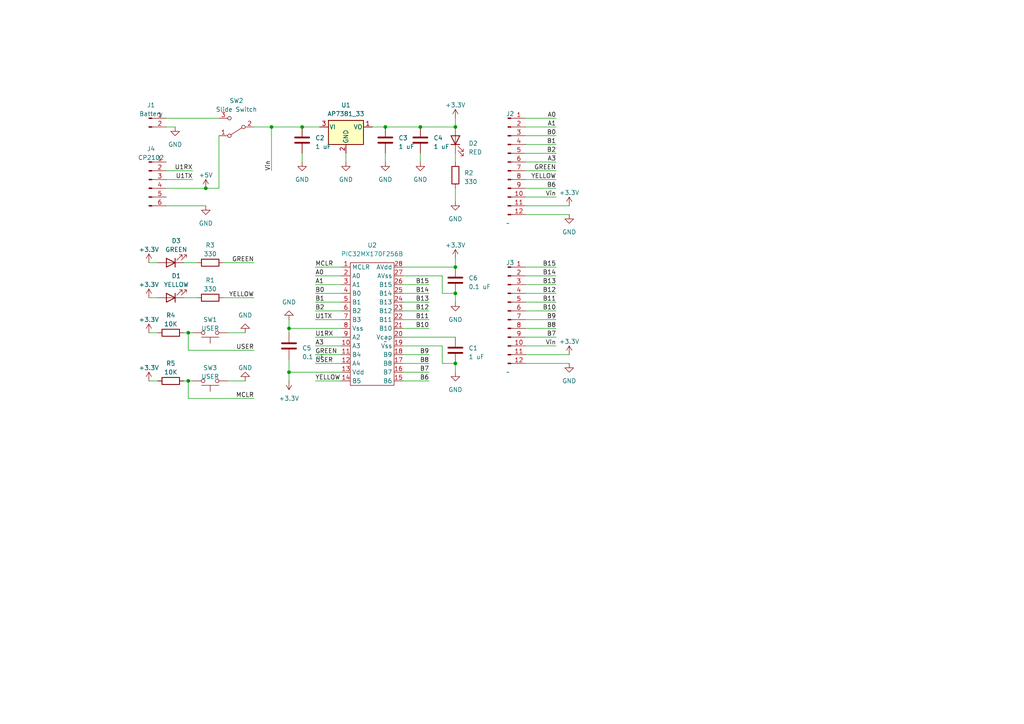
<source format=kicad_sch>
(kicad_sch (version 20230121) (generator eeschema)
  (paper "A4")
  (lib_symbols
    (symbol "HW4-1:AP7381_33" (pin_names (offset 0.254))
      (property "Reference" "U" (at -3.81 3.175 0))
      (property "Value" "AP7381_33" (at 0 3.175 0))
      (symbol "AP7381_33_0_1"
        (rectangle (start -5.08 1.905) (end 5.08 -5.08) (stroke (width 0.254)) (fill (type background)))
      )
      (symbol "AP7381_33_1_1"
        (pin power_out line (at 7.62 0 180) (length 2.54) (name "VO") (number "1"))
        (pin power_in line (at 0 -7.62 90) (length 2.54) (name "GND") (number "2"))
        (pin power_in line (at -7.62 0 0) (length 2.54) (name "VI") (number "3"))
      )
    )
    (symbol "HW4-1:Battery" (pin_names (offset 1.016) hide)
      (property "Reference" "J" (at 0 2.54 0))
      (property "Value" "Battery" (at 0 -5.08 0))
      (symbol "Battery_1_1"
        (polyline (pts (xy 1.27 -2.54) (xy 0.8636 -2.54)) (stroke (width 0.1524)))
        (polyline (pts (xy 1.27 0) (xy 0.8636 0)) (stroke (width 0.1524)))
        (rectangle (start 0.8636 -2.413) (end 0 -2.667) (stroke (width 0.1524)) (fill (type outline)))
        (rectangle (start 0.8636 0.127) (end 0 -0.127) (stroke (width 0.1524)) (fill (type outline)))
        (pin passive line (at 5.08 0 180) (length 3.81) (name "Pin_1") (number "1"))
        (pin passive line (at 5.08 -2.54 180) (length 3.81) (name "Pin_2") (number "2"))
      )
    )
    (symbol "HW4-1:Breakout" (pin_names (offset 1.016) hide)
      (property "Reference" "J" (at 0 15.24 0))
      (symbol "Breakout_1_1"
        (polyline (pts (xy 1.27 -15.24) (xy 0.8636 -15.24)) (stroke (width 0.1524)))
        (polyline (pts (xy 1.27 -12.7) (xy 0.8636 -12.7)) (stroke (width 0.1524)))
        (polyline (pts (xy 1.27 -10.16) (xy 0.8636 -10.16)) (stroke (width 0.1524)))
        (polyline (pts (xy 1.27 -7.62) (xy 0.8636 -7.62)) (stroke (width 0.1524)))
        (polyline (pts (xy 1.27 -5.08) (xy 0.8636 -5.08)) (stroke (width 0.1524)))
        (polyline (pts (xy 1.27 -2.54) (xy 0.8636 -2.54)) (stroke (width 0.1524)))
        (polyline (pts (xy 1.27 0) (xy 0.8636 0)) (stroke (width 0.1524)))
        (polyline (pts (xy 1.27 2.54) (xy 0.8636 2.54)) (stroke (width 0.1524)))
        (polyline (pts (xy 1.27 5.08) (xy 0.8636 5.08)) (stroke (width 0.1524)))
        (polyline (pts (xy 1.27 7.62) (xy 0.8636 7.62)) (stroke (width 0.1524)))
        (polyline (pts (xy 1.27 10.16) (xy 0.8636 10.16)) (stroke (width 0.1524)))
        (polyline (pts (xy 1.27 12.7) (xy 0.8636 12.7)) (stroke (width 0.1524)))
        (rectangle (start 0.8636 -15.113) (end 0 -15.367) (stroke (width 0.1524)) (fill (type outline)))
        (rectangle (start 0.8636 -12.573) (end 0 -12.827) (stroke (width 0.1524)) (fill (type outline)))
        (rectangle (start 0.8636 -10.033) (end 0 -10.287) (stroke (width 0.1524)) (fill (type outline)))
        (rectangle (start 0.8636 -7.493) (end 0 -7.747) (stroke (width 0.1524)) (fill (type outline)))
        (rectangle (start 0.8636 -4.953) (end 0 -5.207) (stroke (width 0.1524)) (fill (type outline)))
        (rectangle (start 0.8636 -2.413) (end 0 -2.667) (stroke (width 0.1524)) (fill (type outline)))
        (rectangle (start 0.8636 0.127) (end 0 -0.127) (stroke (width 0.1524)) (fill (type outline)))
        (rectangle (start 0.8636 2.667) (end 0 2.413) (stroke (width 0.1524)) (fill (type outline)))
        (rectangle (start 0.8636 5.207) (end 0 4.953) (stroke (width 0.1524)) (fill (type outline)))
        (rectangle (start 0.8636 7.747) (end 0 7.493) (stroke (width 0.1524)) (fill (type outline)))
        (rectangle (start 0.8636 10.287) (end 0 10.033) (stroke (width 0.1524)) (fill (type outline)))
        (rectangle (start 0.8636 12.827) (end 0 12.573) (stroke (width 0.1524)) (fill (type outline)))
        (pin passive line (at 5.08 12.7 180) (length 3.81) (name "Pin_1") (number "1"))
        (pin passive line (at 5.08 -10.16 180) (length 3.81) (name "Pin_10") (number "10"))
        (pin passive line (at 5.08 -12.7 180) (length 3.81) (name "Pin_11") (number "11"))
        (pin passive line (at 5.08 -15.24 180) (length 3.81) (name "Pin_12") (number "12"))
        (pin passive line (at 5.08 10.16 180) (length 3.81) (name "Pin_2") (number "2"))
        (pin passive line (at 5.08 7.62 180) (length 3.81) (name "Pin_3") (number "3"))
        (pin passive line (at 5.08 5.08 180) (length 3.81) (name "Pin_4") (number "4"))
        (pin passive line (at 5.08 2.54 180) (length 3.81) (name "Pin_5") (number "5"))
        (pin passive line (at 5.08 0 180) (length 3.81) (name "Pin_6") (number "6"))
        (pin passive line (at 5.08 -2.54 180) (length 3.81) (name "Pin_7") (number "7"))
        (pin passive line (at 5.08 -5.08 180) (length 3.81) (name "Pin_8") (number "8"))
        (pin passive line (at 5.08 -7.62 180) (length 3.81) (name "Pin_9") (number "9"))
      )
    )
    (symbol "HW4-1:C" (pin_numbers hide) (pin_names (offset 0.254))
      (property "Reference" "C" (at 0.635 2.54 0))
      (property "Value" "C" (at 0.635 -2.54 0))
      (symbol "C_0_1"
        (polyline (pts (xy -2.032 -0.762) (xy 2.032 -0.762)) (stroke (width 0.508)))
        (polyline (pts (xy -2.032 0.762) (xy 2.032 0.762)) (stroke (width 0.508)))
      )
      (symbol "C_1_1"
        (pin passive line (at 0 3.81 270) (length 2.794) (name "~") (number "1"))
        (pin passive line (at 0 -3.81 90) (length 2.794) (name "~") (number "2"))
      )
    )
    (symbol "HW4-1:CP2102_Friend" (pin_names (offset 1.016) hide)
      (property "Reference" "J" (at 0 10.16 0))
      (property "Value" "CP2102" (at 0 7.62 0))
      (symbol "CP2102_Friend_1_1"
        (polyline (pts (xy 1.27 -7.62) (xy 0.8636 -7.62)) (stroke (width 0.1524)))
        (polyline (pts (xy 1.27 -5.08) (xy 0.8636 -5.08)) (stroke (width 0.1524)))
        (polyline (pts (xy 1.27 -2.54) (xy 0.8636 -2.54)) (stroke (width 0.1524)))
        (polyline (pts (xy 1.27 0) (xy 0.8636 0)) (stroke (width 0.1524)))
        (polyline (pts (xy 1.27 2.54) (xy 0.8636 2.54)) (stroke (width 0.1524)))
        (polyline (pts (xy 1.27 5.08) (xy 0.8636 5.08)) (stroke (width 0.1524)))
        (rectangle (start 0.8636 -7.493) (end 0 -7.747) (stroke (width 0.1524)) (fill (type outline)))
        (rectangle (start 0.8636 -4.953) (end 0 -5.207) (stroke (width 0.1524)) (fill (type outline)))
        (rectangle (start 0.8636 -2.413) (end 0 -2.667) (stroke (width 0.1524)) (fill (type outline)))
        (rectangle (start 0.8636 0.127) (end 0 -0.127) (stroke (width 0.1524)) (fill (type outline)))
        (rectangle (start 0.8636 2.667) (end 0 2.413) (stroke (width 0.1524)) (fill (type outline)))
        (rectangle (start 0.8636 5.207) (end 0 4.953) (stroke (width 0.1524)) (fill (type outline)))
        (pin passive line (at 5.08 5.08 180) (length 3.81) (name "Pin_1") (number "1"))
        (pin passive line (at 5.08 2.54 180) (length 3.81) (name "Pin_2") (number "2"))
        (pin passive line (at 5.08 0 180) (length 3.81) (name "Pin_3") (number "3"))
        (pin passive line (at 5.08 -2.54 180) (length 3.81) (name "Pin_4") (number "4"))
        (pin passive line (at 5.08 -5.08 180) (length 3.81) (name "Pin_5") (number "5"))
        (pin passive line (at 5.08 -7.62 180) (length 3.81) (name "Pin_6") (number "6"))
      )
    )
    (symbol "HW4-1:LED" (pin_numbers hide) (pin_names (offset 1.016) hide)
      (property "Reference" "D" (at 0 2.54 0))
      (property "Value" "LED" (at 0 -2.54 0))
      (symbol "LED_0_1"
        (polyline (pts (xy -1.27 -1.27) (xy -1.27 1.27)) (stroke (width 0.254)))
        (polyline (pts (xy -1.27 0) (xy 1.27 0)))
        (polyline (pts (xy 1.27 -1.27) (xy 1.27 1.27) (xy -1.27 0) (xy 1.27 -1.27)) (stroke (width 0.254)))
        (polyline (pts (xy -3.048 -0.762) (xy -4.572 -2.286) (xy -3.81 -2.286) (xy -4.572 -2.286) (xy -4.572 -1.524)))
        (polyline (pts (xy -1.778 -0.762) (xy -3.302 -2.286) (xy -2.54 -2.286) (xy -3.302 -2.286) (xy -3.302 -1.524)))
      )
      (symbol "LED_1_1"
        (pin passive line (at -3.81 0 0) (length 2.54) (name "K") (number "1"))
        (pin passive line (at 3.81 0 180) (length 2.54) (name "A") (number "2"))
      )
    )
    (symbol "HW4-1:PIC32MX170F256B"
      (property "Reference" "U" (at 0 22.86 0))
      (symbol "PIC32MX170F256B_0_1"
        (rectangle (start -6.35 17.78) (end 6.35 -17.78))
      )
      (symbol "PIC32MX170F256B_1_1"
        (text "PIC32MX170F256B" (at 0 20.32 0) (effects (font (size 1.27 1.27))))
        (pin input line (at -8.89 16.51 0) (length 2.54) (name "MCLR") (number "1"))
        (pin input line (at -8.89 -6.35 0) (length 2.54) (name "A3") (number "10"))
        (pin input line (at -8.89 -8.89 0) (length 2.54) (name "B4") (number "11"))
        (pin input line (at -8.89 -11.43 0) (length 2.54) (name "A4") (number "12"))
        (pin input line (at -8.89 -13.97 0) (length 2.54) (name "Vdd") (number "13"))
        (pin input line (at -8.89 -16.51 0) (length 2.54) (name "B5") (number "14"))
        (pin input line (at 8.89 -16.51 180) (length 2.54) (name "B6") (number "15"))
        (pin input line (at 8.89 -13.97 180) (length 2.54) (name "B7") (number "16"))
        (pin input line (at 8.89 -11.43 180) (length 2.54) (name "B8") (number "17"))
        (pin input line (at 8.89 -8.89 180) (length 2.54) (name "B9") (number "18"))
        (pin input line (at 8.89 -6.35 180) (length 2.54) (name "Vss") (number "19"))
        (pin input line (at -8.89 13.97 0) (length 2.54) (name "A0") (number "2"))
        (pin input line (at 8.89 -3.81 180) (length 2.54) (name "Vcap") (number "20"))
        (pin input line (at 8.89 -1.27 180) (length 2.54) (name "B10") (number "21"))
        (pin input line (at 8.89 1.27 180) (length 2.54) (name "B11") (number "22"))
        (pin input line (at 8.89 3.81 180) (length 2.54) (name "B12") (number "23"))
        (pin input line (at 8.89 6.35 180) (length 2.54) (name "B13") (number "24"))
        (pin input line (at 8.89 8.89 180) (length 2.54) (name "B14") (number "25"))
        (pin input line (at 8.89 11.43 180) (length 2.54) (name "B15") (number "26"))
        (pin input line (at 8.89 13.97 180) (length 2.54) (name "AVss") (number "27"))
        (pin input line (at 8.89 16.51 180) (length 2.54) (name "AVdd") (number "28"))
        (pin input line (at -8.89 11.43 0) (length 2.54) (name "A1") (number "3"))
        (pin input line (at -8.89 8.89 0) (length 2.54) (name "B0") (number "4"))
        (pin input line (at -8.89 6.35 0) (length 2.54) (name "B1") (number "5"))
        (pin input line (at -8.89 3.81 0) (length 2.54) (name "B2") (number "6"))
        (pin input line (at -8.89 1.27 0) (length 2.54) (name "B3") (number "7"))
        (pin input line (at -8.89 -1.27 0) (length 2.54) (name "Vss") (number "8"))
        (pin input line (at -8.89 -3.81 0) (length 2.54) (name "A2") (number "9"))
      )
    )
    (symbol "HW4-1:Push_Button" (pin_numbers hide) (pin_names (offset 1.016) hide)
      (property "Reference" "SW" (at 1.27 2.54 0))
      (property "Value" "Push_Button" (at 0 -1.524 0))
      (symbol "Push_Button_0_1"
        (circle (center -2.032 0) (radius 0.508))
        (polyline (pts (xy 0 1.27) (xy 0 3.048)))
        (polyline (pts (xy 2.54 1.27) (xy -2.54 1.27)))
        (circle (center 2.032 0) (radius 0.508))
        (pin passive line (at -5.08 0 0) (length 2.54) (name "1") (number "1"))
        (pin passive line (at 5.08 0 180) (length 2.54) (name "2") (number "2"))
      )
    )
    (symbol "HW4-1:R" (pin_numbers hide) (pin_names (offset 0))
      (property "Reference" "R" (at 2.032 0 90))
      (property "Value" "R" (at 0 0 90))
      (symbol "R_0_1"
        (rectangle (start -1.016 -2.54) (end 1.016 2.54) (stroke (width 0.254)))
      )
      (symbol "R_1_1"
        (pin passive line (at 0 3.81 270) (length 1.27) (name "~") (number "1"))
        (pin passive line (at 0 -3.81 90) (length 1.27) (name "~") (number "2"))
      )
    )
    (symbol "HW4-1:Slide_Switch" (pin_names (offset 1.016) hide)
      (property "Reference" "SW" (at 0 10.16 0))
      (property "Value" "Slide Switch" (at 0 0 0))
      (symbol "Slide_Switch_0_0"
        (circle (center -2.032 5.08) (radius 0.508))
        (circle (center 2.032 2.54) (radius 0.508))
      )
      (symbol "Slide_Switch_0_1"
        (polyline (pts (xy -1.524 5.334) (xy 1.651 7.366)))
        (circle (center 2.032 7.62) (radius 0.508))
      )
      (symbol "Slide_Switch_1_1"
        (pin passive line (at 5.08 7.62 180) (length 2.54) (name "A") (number "1"))
        (pin passive line (at -5.08 5.08 0) (length 2.54) (name "B") (number "2"))
        (pin passive line (at 5.08 2.54 180) (length 2.54) (name "C") (number "3"))
      )
    )
    (symbol "power:+3.3V" (power) (pin_names (offset 0))
      (property "Value" "+3.3V" (at 0 3.556 0))
      (symbol "+3.3V_0_1"
        (polyline (pts (xy -0.762 1.27) (xy 0 2.54)))
        (polyline (pts (xy 0 0) (xy 0 2.54)))
        (polyline (pts (xy 0 2.54) (xy 0.762 1.27)))
      )
      (symbol "+3.3V_1_1"
        (pin power_in line (at 0 0 90) (length 0) hide (name "+3.3V") (number "1"))
      )
    )
    (symbol "power:+5V" (power) (pin_names (offset 0))
      (property "Value" "+5V" (at 0 3.556 0))
      (symbol "+5V_0_1"
        (polyline (pts (xy -0.762 1.27) (xy 0 2.54)))
        (polyline (pts (xy 0 0) (xy 0 2.54)))
        (polyline (pts (xy 0 2.54) (xy 0.762 1.27)))
      )
      (symbol "+5V_1_1"
        (pin power_in line (at 0 0 90) (length 0) hide (name "+5V") (number "1"))
      )
    )
    (symbol "power:GND" (power) (pin_names (offset 0))
      (property "Value" "GND" (at 0 -3.81 0))
      (symbol "GND_0_1"
        (polyline (pts (xy 0 0) (xy 0 -1.27) (xy 1.27 -1.27) (xy 0 -2.54) (xy -1.27 -1.27) (xy 0 -1.27)))
      )
      (symbol "GND_1_1"
        (pin power_in line (at 0 0 270) (length 0) hide (name "GND") (number "1"))
      )
    )
  )
  (junction (at 132.08 77.47))
  (junction (at 78.74 36.83))
  (junction (at 121.92 36.83))
  (junction (at 132.08 105.41))
  (junction (at 132.08 85.09))
  (junction (at 132.08 36.83))
  (junction (at 87.63 36.83))
  (junction (at 54.61 96.52))
  (junction (at 111.76 36.83))
  (junction (at 83.82 107.95))
  (junction (at 59.69 54.61))
  (junction (at 83.82 95.25))
  (junction (at 54.61 110.49))
  (wire (pts (xy 64.77 76.2) (xy 73.66 76.2)))
  (wire (pts (xy 152.4 49.53) (xy 161.29 49.53)))
  (wire (pts (xy 152.4 54.61) (xy 161.29 54.61)))
  (wire (pts (xy 54.61 96.52) (xy 55.88 96.52)))
  (wire (pts (xy 83.82 104.14) (xy 83.82 107.95)))
  (wire (pts (xy 152.4 85.09) (xy 161.29 85.09)))
  (wire (pts (xy 54.61 101.6) (xy 54.61 96.52)))
  (wire (pts (xy 128.27 85.09) (xy 132.08 85.09)))
  (wire (pts (xy 53.34 86.36) (xy 57.15 86.36)))
  (wire (pts (xy 64.77 86.36) (xy 73.66 86.36)))
  (wire (pts (xy 152.4 46.99) (xy 161.29 46.99)))
  (wire (pts (xy 43.18 86.36) (xy 45.72 86.36)))
  (wire (pts (xy 59.69 54.61) (xy 63.5 54.61)))
  (wire (pts (xy 116.84 82.55) (xy 124.46 82.55)))
  (wire (pts (xy 48.26 36.83) (xy 50.8 36.83)))
  (wire (pts (xy 116.84 107.95) (xy 124.46 107.95)))
  (wire (pts (xy 78.74 36.83) (xy 87.63 36.83)))
  (wire (pts (xy 91.44 82.55) (xy 99.06 82.55)))
  (wire (pts (xy 48.26 34.29) (xy 63.5 34.29)))
  (wire (pts (xy 53.34 76.2) (xy 57.15 76.2)))
  (wire (pts (xy 43.18 76.2) (xy 45.72 76.2)))
  (wire (pts (xy 152.4 62.23) (xy 165.1 62.23)))
  (wire (pts (xy 152.4 36.83) (xy 161.29 36.83)))
  (wire (pts (xy 152.4 77.47) (xy 161.29 77.47)))
  (wire (pts (xy 152.4 57.15) (xy 161.29 57.15)))
  (wire (pts (xy 152.4 52.07) (xy 161.29 52.07)))
  (wire (pts (xy 152.4 105.41) (xy 165.1 105.41)))
  (wire (pts (xy 116.84 102.87) (xy 124.46 102.87)))
  (wire (pts (xy 152.4 90.17) (xy 161.29 90.17)))
  (wire (pts (xy 132.08 85.09) (xy 132.08 87.63)))
  (wire (pts (xy 54.61 115.57) (xy 54.61 110.49)))
  (wire (pts (xy 63.5 54.61) (xy 63.5 39.37)))
  (wire (pts (xy 87.63 44.45) (xy 87.63 46.99)))
  (wire (pts (xy 73.66 36.83) (xy 78.74 36.83)))
  (wire (pts (xy 91.44 87.63) (xy 99.06 87.63)))
  (wire (pts (xy 116.84 100.33) (xy 128.27 100.33)))
  (wire (pts (xy 152.4 97.79) (xy 161.29 97.79)))
  (wire (pts (xy 116.84 95.25) (xy 124.46 95.25)))
  (wire (pts (xy 116.84 90.17) (xy 124.46 90.17)))
  (wire (pts (xy 128.27 105.41) (xy 132.08 105.41)))
  (wire (pts (xy 99.06 107.95) (xy 83.82 107.95)))
  (wire (pts (xy 132.08 74.93) (xy 132.08 77.47)))
  (wire (pts (xy 116.84 92.71) (xy 124.46 92.71)))
  (wire (pts (xy 152.4 100.33) (xy 161.29 100.33)))
  (wire (pts (xy 83.82 95.25) (xy 83.82 96.52)))
  (wire (pts (xy 91.44 110.49) (xy 99.06 110.49)))
  (wire (pts (xy 152.4 82.55) (xy 161.29 82.55)))
  (wire (pts (xy 53.34 110.49) (xy 54.61 110.49)))
  (wire (pts (xy 111.76 44.45) (xy 111.76 46.99)))
  (wire (pts (xy 91.44 100.33) (xy 99.06 100.33)))
  (wire (pts (xy 91.44 105.41) (xy 99.06 105.41)))
  (wire (pts (xy 91.44 102.87) (xy 99.06 102.87)))
  (wire (pts (xy 152.4 92.71) (xy 161.29 92.71)))
  (wire (pts (xy 53.34 96.52) (xy 54.61 96.52)))
  (wire (pts (xy 116.84 85.09) (xy 124.46 85.09)))
  (wire (pts (xy 152.4 44.45) (xy 161.29 44.45)))
  (wire (pts (xy 48.26 54.61) (xy 59.69 54.61)))
  (wire (pts (xy 87.63 36.83) (xy 92.71 36.83)))
  (wire (pts (xy 91.44 90.17) (xy 99.06 90.17)))
  (wire (pts (xy 152.4 102.87) (xy 165.1 102.87)))
  (wire (pts (xy 48.26 59.69) (xy 59.69 59.69)))
  (wire (pts (xy 43.18 96.52) (xy 45.72 96.52)))
  (wire (pts (xy 116.84 87.63) (xy 124.46 87.63)))
  (wire (pts (xy 128.27 80.01) (xy 128.27 85.09)))
  (wire (pts (xy 152.4 95.25) (xy 161.29 95.25)))
  (wire (pts (xy 116.84 97.79) (xy 132.08 97.79)))
  (wire (pts (xy 132.08 34.29) (xy 132.08 36.83)))
  (wire (pts (xy 152.4 80.01) (xy 161.29 80.01)))
  (wire (pts (xy 107.95 36.83) (xy 111.76 36.83)))
  (wire (pts (xy 132.08 54.61) (xy 132.08 58.42)))
  (wire (pts (xy 48.26 49.53) (xy 55.88 49.53)))
  (wire (pts (xy 91.44 80.01) (xy 99.06 80.01)))
  (wire (pts (xy 73.66 101.6) (xy 54.61 101.6)))
  (wire (pts (xy 83.82 95.25) (xy 83.82 92.71)))
  (wire (pts (xy 91.44 97.79) (xy 99.06 97.79)))
  (wire (pts (xy 83.82 95.25) (xy 99.06 95.25)))
  (wire (pts (xy 116.84 105.41) (xy 124.46 105.41)))
  (wire (pts (xy 152.4 87.63) (xy 161.29 87.63)))
  (wire (pts (xy 121.92 44.45) (xy 121.92 46.99)))
  (wire (pts (xy 132.08 46.99) (xy 132.08 44.45)))
  (wire (pts (xy 116.84 80.01) (xy 128.27 80.01)))
  (wire (pts (xy 54.61 110.49) (xy 55.88 110.49)))
  (wire (pts (xy 116.84 110.49) (xy 124.46 110.49)))
  (wire (pts (xy 73.66 115.57) (xy 54.61 115.57)))
  (wire (pts (xy 78.74 36.83) (xy 78.74 49.53)))
  (wire (pts (xy 152.4 59.69) (xy 165.1 59.69)))
  (wire (pts (xy 91.44 85.09) (xy 99.06 85.09)))
  (wire (pts (xy 66.04 96.52) (xy 71.12 96.52)))
  (wire (pts (xy 128.27 100.33) (xy 128.27 105.41)))
  (wire (pts (xy 152.4 39.37) (xy 161.29 39.37)))
  (wire (pts (xy 152.4 34.29) (xy 161.29 34.29)))
  (wire (pts (xy 100.33 44.45) (xy 100.33 46.99)))
  (wire (pts (xy 91.44 77.47) (xy 99.06 77.47)))
  (wire (pts (xy 121.92 36.83) (xy 132.08 36.83)))
  (wire (pts (xy 83.82 107.95) (xy 83.82 110.49)))
  (wire (pts (xy 152.4 41.91) (xy 161.29 41.91)))
  (wire (pts (xy 91.44 92.71) (xy 99.06 92.71)))
  (wire (pts (xy 116.84 77.47) (xy 132.08 77.47)))
  (wire (pts (xy 132.08 105.41) (xy 132.08 107.95)))
  (wire (pts (xy 111.76 36.83) (xy 121.92 36.83)))
  (wire (pts (xy 43.18 110.49) (xy 45.72 110.49)))
  (wire (pts (xy 48.26 52.07) (xy 55.88 52.07)))
  (wire (pts (xy 66.04 110.49) (xy 71.12 110.49)))
  (label "GREEN" (at 73.66 76.2 180))
  (label "B1" (at 91.44 87.63 0))
  (label "B11" (at 124.46 92.71 180))
  (label "A0" (at 91.44 80.01 0))
  (label "U1TX" (at 91.44 92.71 0))
  (label "Vin" (at 78.74 49.53 90))
  (label "Vin" (at 161.29 100.33 180))
  (label "Vin" (at 161.29 57.15 180))
  (label "GREEN" (at 161.29 49.53 180))
  (label "B11" (at 161.29 87.63 180))
  (label "B15" (at 161.29 77.47 180))
  (label "B10" (at 161.29 90.17 180))
  (label "B13" (at 161.29 82.55 180))
  (label "B7" (at 124.46 107.95 180))
  (label "GREEN" (at 91.44 102.87 0))
  (label "B8" (at 161.29 95.25 180))
  (label "A0" (at 161.29 34.29 180))
  (label "B6" (at 161.29 54.61 180))
  (label "B0" (at 91.44 85.09 0))
  (label "B0" (at 161.29 39.37 180))
  (label "B2" (at 161.29 44.45 180))
  (label "MCLR" (at 91.44 77.47 0))
  (label "A1" (at 161.29 36.83 180))
  (label "B15" (at 124.46 82.55 180))
  (label "B1" (at 161.29 41.91 180))
  (label "B7" (at 161.29 97.79 180))
  (label "B12" (at 161.29 85.09 180))
  (label "MCLR" (at 73.66 115.57 180))
  (label "B6" (at 124.46 110.49 180))
  (label "B9" (at 124.46 102.87 180))
  (label "B9" (at 161.29 92.71 180))
  (label "B10" (at 124.46 95.25 180))
  (label "U1RX" (at 91.44 97.79 0))
  (label "B2" (at 91.44 90.17 0))
  (label "USER" (at 91.44 105.41 0))
  (label "A3" (at 161.29 46.99 180))
  (label "A1" (at 91.44 82.55 0))
  (label "B14" (at 124.46 85.09 180))
  (label "B8" (at 124.46 105.41 180))
  (label "U1RX" (at 55.88 49.53 180))
  (label "YELLOW" (at 73.66 86.36 180))
  (label "B14" (at 161.29 80.01 180))
  (label "YELLOW" (at 161.29 52.07 180))
  (label "U1TX" (at 55.88 52.07 180))
  (label "YELLOW" (at 91.44 110.49 0))
  (label "B13" (at 124.46 87.63 180))
  (label "USER" (at 73.66 101.6 180))
  (label "A3" (at 91.44 100.33 0))
  (label "B12" (at 124.46 90.17 180))
  (symbol (lib_id "HW4-1:AP7381_33") (at 100.33 36.83 0) (unit 1)
    (property "Reference" "U1" (at 100.33 30.48 0))
    (property "Value" "AP7381_33" (at 100.33 33.02 0))
    (property "Footprint" "Package_TO_SOT_THT:TO-92L_Inline_Wide" (effects hide))
  )
  (symbol (lib_id "power:+3.3V") (at 132.08 74.93 0) (unit 1)
    (property "Reference" "#PWR014" (effects hide))
    (property "Value" "+3.3V" (at 132.08 71.12 0))
  )
  (symbol (lib_id "power:GND") (at 132.08 58.42 0) (unit 1)
    (property "Reference" "#PWR09" (effects hide))
    (property "Value" "GND" (at 132.08 63.5 0))
  )
  (symbol (lib_id "HW4-1:LED") (at 49.53 86.36 180) (unit 1)
    (property "Reference" "D1" (at 51.1175 80.01 0))
    (property "Value" "YELLOW" (at 51.1175 82.55 0))
    (property "Footprint" "LED_THT:LED_D3.0mm" (effects hide))
  )
  (symbol (lib_id "HW4-1:R") (at 60.96 76.2 90) (unit 1)
    (property "Reference" "R3" (at 60.96 71.12 90))
    (property "Value" "330" (at 60.96 73.66 90))
    (property "Footprint" "Resistor_THT:R_Axial_DIN0207_L6.3mm_D2.5mm_P7.62mm_Horizontal" (effects hide))
  )
  (symbol (lib_id "HW4-1:Breakout") (at 147.32 46.99 0) (unit 1)
    (property "Reference" "J2" (at 147.955 33.02 0))
    (property "Value" "~" (at 147.32 64.77 0))
    (property "Footprint" "Connector_PinSocket_2.54mm:PinSocket_1x12_P2.54mm_Vertical" (effects hide))
  )
  (symbol (lib_id "power:GND") (at 50.8 36.83 0) (unit 1)
    (property "Reference" "#PWR03" (effects hide))
    (property "Value" "GND" (at 50.8 41.91 0))
  )
  (symbol (lib_id "power:+3.3V") (at 43.18 86.36 0) (unit 1)
    (property "Reference" "#PWR018" (effects hide))
    (property "Value" "+3.3V" (at 43.18 82.55 0))
  )
  (symbol (lib_id "HW4-1:R") (at 132.08 50.8 0) (unit 1)
    (property "Reference" "R2" (at 134.62 50.165 0) (effects (justify left)))
    (property "Value" "330" (at 134.62 52.705 0) (effects (justify left)))
    (property "Footprint" "Resistor_THT:R_Axial_DIN0207_L6.3mm_D2.5mm_P7.62mm_Horizontal" (effects hide))
  )
  (symbol (lib_id "power:+5V") (at 59.69 54.61 0) (unit 1)
    (property "Reference" "#PWR011" (effects hide))
    (property "Value" "+5V" (at 59.69 50.8 0))
  )
  (symbol (lib_id "HW4-1:C") (at 83.82 100.33 0) (unit 1)
    (property "Reference" "C5" (at 87.63 100.965 0) (effects (justify left)))
    (property "Value" "0.1 uF" (at 87.63 103.505 0) (effects (justify left)))
    (property "Footprint" "Capacitor_THT:C_Disc_D3.0mm_W2.0mm_P2.50mm" (effects hide))
  )
  (symbol (lib_id "power:GND") (at 165.1 62.23 0) (unit 1)
    (property "Reference" "#PWR023" (effects hide))
    (property "Value" "GND" (at 165.1 67.31 0))
  )
  (symbol (lib_id "power:GND") (at 71.12 96.52 180) (unit 1)
    (property "Reference" "#PWR020" (effects hide))
    (property "Value" "GND" (at 71.12 91.44 0))
  )
  (symbol (lib_id "power:+3.3V") (at 132.08 34.29 0) (unit 1)
    (property "Reference" "#PWR010" (effects hide))
    (property "Value" "+3.3V" (at 132.08 30.48 0))
  )
  (symbol (lib_id "HW4-1:LED") (at 49.53 76.2 180) (unit 1)
    (property "Reference" "D3" (at 51.1175 69.85 0))
    (property "Value" "GREEN" (at 51.1175 72.39 0))
    (property "Footprint" "LED_THT:LED_D3.0mm" (effects hide))
  )
  (symbol (lib_id "power:GND") (at 100.33 46.99 0) (unit 1)
    (property "Reference" "#PWR06" (effects hide))
    (property "Value" "GND" (at 100.33 52.07 0))
  )
  (symbol (lib_id "HW4-1:Breakout") (at 147.32 90.17 0) (unit 1)
    (property "Reference" "J3" (at 147.955 76.2 0))
    (property "Value" "~" (at 147.32 107.95 0))
    (property "Footprint" "Connector_PinSocket_2.54mm:PinSocket_1x12_P2.54mm_Vertical" (effects hide))
  )
  (symbol (lib_id "HW4-1:Push_Button") (at 60.96 96.52 180) (unit 1)
    (property "Reference" "SW1" (at 60.96 92.71 0))
    (property "Value" "USER" (at 60.96 95.25 0))
    (property "Footprint" "HW4-2:pushbtn" (effects hide))
  )
  (symbol (lib_id "power:+3.3V") (at 43.18 110.49 0) (unit 1)
    (property "Reference" "#PWR021" (effects hide))
    (property "Value" "+3.3V" (at 43.18 106.68 0))
  )
  (symbol (lib_id "HW4-1:Battery") (at 43.18 34.29 0) (unit 1)
    (property "Reference" "J1" (at 43.815 30.48 0))
    (property "Value" "Battery" (at 43.815 33.02 0))
    (property "Footprint" "Connector_PinSocket_2.54mm:PinSocket_1x02_P2.54mm_Vertical" (effects hide))
  )
  (symbol (lib_id "power:+3.3V") (at 165.1 59.69 0) (unit 1)
    (property "Reference" "#PWR024" (effects hide))
    (property "Value" "+3.3V" (at 165.1 55.88 0))
  )
  (symbol (lib_id "power:GND") (at 165.1 105.41 0) (unit 1)
    (property "Reference" "#PWR026" (effects hide))
    (property "Value" "GND" (at 165.1 110.49 0))
  )
  (symbol (lib_id "HW4-1:LED") (at 132.08 40.64 90) (unit 1)
    (property "Reference" "D2" (at 135.89 41.5925 90) (effects (justify right)))
    (property "Value" "RED" (at 135.89 44.1325 90) (effects (justify right)))
    (property "Footprint" "LED_THT:LED_D3.0mm" (effects hide))
  )
  (symbol (lib_id "HW4-1:C") (at 111.76 40.64 0) (unit 1)
    (property "Reference" "C3" (at 115.57 40.005 0) (effects (justify left)))
    (property "Value" "1 uF" (at 115.57 42.545 0) (effects (justify left)))
    (property "Footprint" "Capacitor_THT:C_Disc_D4.3mm_W1.9mm_P5.00mm" (effects hide))
  )
  (symbol (lib_id "HW4-1:PIC32MX170F256B") (at 107.95 93.98 0) (unit 1)
    (property "Reference" "U2" (at 107.95 71.12 0))
    (property "Value" "~" (at 111.76 99.06 0))
    (property "Footprint" "Package_DIP:DIP-28_W7.62mm_Socket" (effects hide))
  )
  (symbol (lib_id "HW4-1:CP2102_Friend") (at 43.18 52.07 0) (unit 1)
    (property "Reference" "J4" (at 43.815 43.18 0))
    (property "Value" "CP2102" (at 43.815 45.72 0))
    (property "Footprint" "Connector_PinSocket_2.54mm:PinSocket_1x06_P2.54mm_Vertical" (effects hide))
  )
  (symbol (lib_id "power:GND") (at 83.82 92.71 180) (unit 1)
    (property "Reference" "#PWR013" (effects hide))
    (property "Value" "GND" (at 83.82 87.63 0))
  )
  (symbol (lib_id "power:GND") (at 71.12 110.49 180) (unit 1)
    (property "Reference" "#PWR022" (effects hide))
    (property "Value" "GND" (at 71.12 106.68 0))
  )
  (symbol (lib_id "power:+3.3V") (at 83.82 110.49 180) (unit 1)
    (property "Reference" "#PWR012" (effects hide))
    (property "Value" "+3.3V" (at 83.82 115.57 0))
  )
  (symbol (lib_id "HW4-1:R") (at 49.53 110.49 90) (unit 1)
    (property "Reference" "R5" (at 49.53 105.41 90))
    (property "Value" "10K" (at 49.53 107.95 90))
    (property "Footprint" "Resistor_THT:R_Axial_DIN0207_L6.3mm_D2.5mm_P7.62mm_Horizontal" (effects hide))
  )
  (symbol (lib_id "power:GND") (at 87.63 46.99 0) (unit 1)
    (property "Reference" "#PWR05" (effects hide))
    (property "Value" "GND" (at 87.63 52.07 0))
  )
  (symbol (lib_id "HW4-1:Slide_Switch") (at 68.58 31.75 180) (unit 1)
    (property "Reference" "SW2" (at 68.58 29.21 0))
    (property "Value" "Slide Switch" (at 68.58 31.75 0))
    (property "Footprint" "HW4-2:slidesw" (effects hide))
  )
  (symbol (lib_id "HW4-1:Push_Button") (at 60.96 110.49 180) (unit 1)
    (property "Reference" "SW3" (at 60.96 106.68 0))
    (property "Value" "USER" (at 60.96 109.22 0))
    (property "Footprint" "HW4-2:pushbtn" (effects hide))
  )
  (symbol (lib_id "power:GND") (at 132.08 107.95 0) (unit 1)
    (property "Reference" "#PWR016" (effects hide))
    (property "Value" "GND" (at 132.08 113.03 0))
  )
  (symbol (lib_id "power:GND") (at 59.69 59.69 0) (unit 1)
    (property "Reference" "#PWR04" (effects hide))
    (property "Value" "GND" (at 59.69 64.77 0))
  )
  (symbol (lib_id "HW4-1:C") (at 132.08 101.6 0) (unit 1)
    (property "Reference" "C1" (at 135.89 100.965 0) (effects (justify left)))
    (property "Value" "1 uF" (at 135.89 103.505 0) (effects (justify left)))
    (property "Footprint" "Capacitor_THT:C_Disc_D4.3mm_W1.9mm_P5.00mm" (effects hide))
  )
  (symbol (lib_id "HW4-1:R") (at 49.53 96.52 90) (unit 1)
    (property "Reference" "R4" (at 49.53 91.44 90))
    (property "Value" "10K" (at 49.53 93.98 90))
    (property "Footprint" "Resistor_THT:R_Axial_DIN0207_L6.3mm_D2.5mm_P7.62mm_Horizontal" (effects hide))
  )
  (symbol (lib_id "HW4-1:R") (at 60.96 86.36 90) (unit 1)
    (property "Reference" "R1" (at 60.96 81.28 90))
    (property "Value" "330" (at 60.96 83.82 90))
    (property "Footprint" "Resistor_THT:R_Axial_DIN0207_L6.3mm_D2.5mm_P7.62mm_Horizontal" (effects hide))
  )
  (symbol (lib_id "HW4-1:C") (at 87.63 40.64 0) (unit 1)
    (property "Reference" "C2" (at 91.44 40.005 0) (effects (justify left)))
    (property "Value" "1 uF" (at 91.44 42.545 0) (effects (justify left)))
    (property "Footprint" "Capacitor_THT:C_Disc_D4.3mm_W1.9mm_P5.00mm" (effects hide))
  )
  (symbol (lib_id "power:+3.3V") (at 43.18 76.2 0) (unit 1)
    (property "Reference" "#PWR017" (effects hide))
    (property "Value" "+3.3V" (at 43.18 72.39 0))
  )
  (symbol (lib_id "power:+3.3V") (at 165.1 102.87 0) (unit 1)
    (property "Reference" "#PWR025" (effects hide))
    (property "Value" "+3.3V" (at 165.1 99.06 0))
  )
  (symbol (lib_id "power:GND") (at 121.92 46.99 0) (unit 1)
    (property "Reference" "#PWR08" (effects hide))
    (property "Value" "GND" (at 121.92 52.07 0))
  )
  (symbol (lib_id "HW4-1:C") (at 132.08 81.28 0) (unit 1)
    (property "Reference" "C6" (at 135.89 80.645 0) (effects (justify left)))
    (property "Value" "0.1 uF" (at 135.89 83.185 0) (effects (justify left)))
    (property "Footprint" "Capacitor_THT:C_Disc_D3.0mm_W2.0mm_P2.50mm" (effects hide))
  )
  (symbol (lib_id "power:GND") (at 132.08 87.63 0) (unit 1)
    (property "Reference" "#PWR015" (effects hide))
    (property "Value" "GND" (at 132.08 92.71 0))
  )
  (symbol (lib_id "HW4-1:C") (at 121.92 40.64 0) (unit 1)
    (property "Reference" "C4" (at 125.73 40.005 0) (effects (justify left)))
    (property "Value" "1 uF" (at 125.73 42.545 0) (effects (justify left)))
    (property "Footprint" "Capacitor_THT:C_Disc_D4.3mm_W1.9mm_P5.00mm" (effects hide))
  )
  (symbol (lib_id "power:GND") (at 111.76 46.99 0) (unit 1)
    (property "Reference" "#PWR07" (effects hide))
    (property "Value" "GND" (at 111.76 52.07 0))
  )
  (symbol (lib_id "power:+3.3V") (at 43.18 96.52 0) (unit 1)
    (property "Reference" "#PWR019" (effects hide))
    (property "Value" "+3.3V" (at 43.18 92.71 0))
  )
)
</source>
